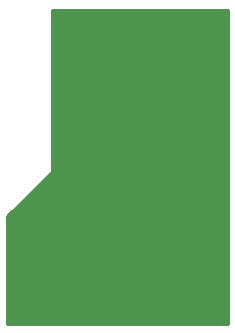
<source format=gbr>
G04 #@! TF.FileFunction,Copper,L2,Bot,Signal*
%FSLAX46Y46*%
G04 Gerber Fmt 4.6, Leading zero omitted, Abs format (unit mm)*
G04 Created by KiCad (PCBNEW 4.0.5) date 02/23/17 14:21:59*
%MOMM*%
%LPD*%
G01*
G04 APERTURE LIST*
%ADD10C,0.127000*%
%ADD11R,2.420000X5.080000*%
%ADD12C,0.970000*%
%ADD13R,0.460000X0.890000*%
%ADD14C,0.600000*%
%ADD15C,0.254000*%
G04 APERTURE END LIST*
D10*
D11*
X2478000Y3372700D03*
X11238000Y3372700D03*
D12*
X2478000Y6812700D03*
X11238000Y6812700D03*
D13*
X2478000Y6362700D03*
X11238000Y6362700D03*
D14*
X4762500Y26543000D03*
D15*
X18846800Y26670000D02*
X3937000Y26670000D01*
X18846800Y26466800D02*
X3937000Y26466800D01*
X18846800Y26263600D02*
X3937000Y26263600D01*
X18846800Y26060400D02*
X3937000Y26060400D01*
X18846800Y25857200D02*
X3937000Y25857200D01*
X18846800Y25654000D02*
X3937000Y25654000D01*
X18846800Y25450800D02*
X3937000Y25450800D01*
X18846800Y25247600D02*
X3937000Y25247600D01*
X18846800Y25044400D02*
X3937000Y25044400D01*
X18846800Y24841200D02*
X3937000Y24841200D01*
X18846800Y24638000D02*
X3937000Y24638000D01*
X18846800Y24434800D02*
X3937000Y24434800D01*
X18846800Y24231600D02*
X3937000Y24231600D01*
X18846800Y24028400D02*
X3937000Y24028400D01*
X18846800Y23825200D02*
X3937000Y23825200D01*
X18846800Y23622000D02*
X3937000Y23622000D01*
X18846800Y23418800D02*
X3937000Y23418800D01*
X18846800Y23215600D02*
X3937000Y23215600D01*
X18846800Y23012400D02*
X3937000Y23012400D01*
X18846800Y22809200D02*
X3937000Y22809200D01*
X18846800Y22606000D02*
X3937000Y22606000D01*
X18846800Y22402800D02*
X3937000Y22402800D01*
X18846800Y22199600D02*
X3937000Y22199600D01*
X18846800Y21996400D02*
X3937000Y21996400D01*
X18846800Y21793200D02*
X3937000Y21793200D01*
X18846800Y21590000D02*
X3937000Y21590000D01*
X18846800Y21386800D02*
X3937000Y21386800D01*
X18846800Y21183600D02*
X3937000Y21183600D01*
X18846800Y20980400D02*
X3937000Y20980400D01*
X18846800Y20777200D02*
X3937000Y20777200D01*
X18846800Y20574000D02*
X3937000Y20574000D01*
X18846800Y20370800D02*
X3937000Y20370800D01*
X18846800Y20167600D02*
X3937000Y20167600D01*
X18846800Y19964400D02*
X3937000Y19964400D01*
X18846800Y19761200D02*
X3937000Y19761200D01*
X18846800Y19558000D02*
X3937000Y19558000D01*
X18846800Y19354800D02*
X3937000Y19354800D01*
X18846800Y19151600D02*
X3937000Y19151600D01*
X18846800Y18948400D02*
X3937000Y18948400D01*
X18846800Y18745200D02*
X3937000Y18745200D01*
X18846800Y18542000D02*
X3937000Y18542000D01*
X18846800Y18338800D02*
X3937000Y18338800D01*
X18846800Y18135600D02*
X3937000Y18135600D01*
X18846800Y17932400D02*
X3937000Y17932400D01*
X18846800Y17729200D02*
X3937000Y17729200D01*
X18846800Y17526000D02*
X3937000Y17526000D01*
X18846800Y17322800D02*
X3937000Y17322800D01*
X18846800Y17119600D02*
X3937000Y17119600D01*
X18846800Y16916400D02*
X3937000Y16916400D01*
X18846800Y16713200D02*
X3937000Y16713200D01*
X18846800Y16510000D02*
X3937000Y16510000D01*
X18846800Y16306800D02*
X3937000Y16306800D01*
X18846800Y16103600D02*
X3937000Y16103600D01*
X18846800Y15900400D02*
X3937000Y15900400D01*
X18846800Y15697200D02*
X3937000Y15697200D01*
X18846800Y15494000D02*
X3937000Y15494000D01*
X18846800Y15290800D02*
X3937000Y15290800D01*
X18846800Y15087600D02*
X3937000Y15087600D01*
X18846800Y14884400D02*
X3937000Y14884400D01*
X18846800Y14681200D02*
X3937000Y14681200D01*
X18846800Y14478000D02*
X3937000Y14478000D01*
X18846800Y14274800D02*
X3937000Y14274800D01*
X18846800Y14071600D02*
X3937000Y14071600D01*
X18846800Y13868400D02*
X3937000Y13868400D01*
X18846800Y13665200D02*
X3937000Y13665200D01*
X18846800Y13462000D02*
X3937000Y13462000D01*
X18846800Y13258800D02*
X3937000Y13258800D01*
X18846800Y13055600D02*
X3932038Y13055600D01*
X18846800Y12852400D02*
X3761006Y12852400D01*
X18846800Y12649200D02*
X3557806Y12649200D01*
X18846800Y12446000D02*
X3354606Y12446000D01*
X18846800Y12242800D02*
X3151406Y12242800D01*
X18846800Y12039600D02*
X2948206Y12039600D01*
X18846800Y11836400D02*
X2745006Y11836400D01*
X18846800Y11633200D02*
X2541806Y11633200D01*
X18846800Y11430000D02*
X2338606Y11430000D01*
X18846800Y11226800D02*
X2135406Y11226800D01*
X18846800Y11023600D02*
X1932206Y11023600D01*
X18846800Y10820400D02*
X1729006Y10820400D01*
X18846800Y10617200D02*
X1525806Y10617200D01*
X18846800Y10414000D02*
X1322606Y10414000D01*
X18846800Y10210800D02*
X1119406Y10210800D01*
X18846800Y10007600D02*
X916206Y10007600D01*
X18846800Y9804400D02*
X713006Y9804400D01*
X18846800Y9601200D02*
X509806Y9601200D01*
X18846800Y9398000D02*
X306606Y9398000D01*
X18846800Y9194800D02*
X127000Y9194800D01*
X18846800Y8991600D02*
X127000Y8991600D01*
X18846800Y8788400D02*
X127000Y8788400D01*
X18846800Y8585200D02*
X127000Y8585200D01*
X18846800Y8382000D02*
X127000Y8382000D01*
X18846800Y8178800D02*
X127000Y8178800D01*
X18846800Y7975600D02*
X127000Y7975600D01*
X18846800Y7772400D02*
X127000Y7772400D01*
X18846800Y7569200D02*
X127000Y7569200D01*
X18846800Y7366000D02*
X127000Y7366000D01*
X18846800Y7162800D02*
X127000Y7162800D01*
X18846800Y6959600D02*
X127000Y6959600D01*
X18846800Y6756400D02*
X127000Y6756400D01*
X18846800Y6553200D02*
X127000Y6553200D01*
X18846800Y6350000D02*
X127000Y6350000D01*
X18846800Y6146800D02*
X127000Y6146800D01*
X18846800Y5943600D02*
X127000Y5943600D01*
X18846800Y5740400D02*
X127000Y5740400D01*
X18846800Y5537200D02*
X127000Y5537200D01*
X18846800Y5334000D02*
X127000Y5334000D01*
X18846800Y5130800D02*
X127000Y5130800D01*
X18846800Y4927600D02*
X127000Y4927600D01*
X18846800Y4724400D02*
X127000Y4724400D01*
X18846800Y4521200D02*
X127000Y4521200D01*
X18846800Y4318000D02*
X127000Y4318000D01*
X18846800Y4114800D02*
X127000Y4114800D01*
X18846800Y3911600D02*
X127000Y3911600D01*
X18846800Y3708400D02*
X127000Y3708400D01*
X18846800Y3505200D02*
X127000Y3505200D01*
X18846800Y3302000D02*
X127000Y3302000D01*
X18846800Y3098800D02*
X127000Y3098800D01*
X18846800Y2895600D02*
X127000Y2895600D01*
X18846800Y2692400D02*
X127000Y2692400D01*
X18846800Y2489200D02*
X127000Y2489200D01*
X18846800Y2286000D02*
X127000Y2286000D01*
X18846800Y2082800D02*
X127000Y2082800D01*
X18846800Y1879600D02*
X127000Y1879600D01*
X18846800Y1676400D02*
X127000Y1676400D01*
X18846800Y1473200D02*
X127000Y1473200D01*
X18846800Y1270000D02*
X127000Y1270000D01*
X18846800Y1066800D02*
X127000Y1066800D01*
X18846800Y863600D02*
X127000Y863600D01*
X18846800Y660400D02*
X127000Y660400D01*
X18846800Y457200D02*
X127000Y457200D01*
X18846800Y254000D02*
X127000Y254000D01*
X18846800Y127000D02*
X127000Y127000D01*
X127000Y9218394D01*
X3899803Y12991197D01*
X3927666Y13033211D01*
X3937000Y13081000D01*
X3937000Y26670000D01*
X18846800Y26670000D01*
X18846800Y127000D01*
M02*

</source>
